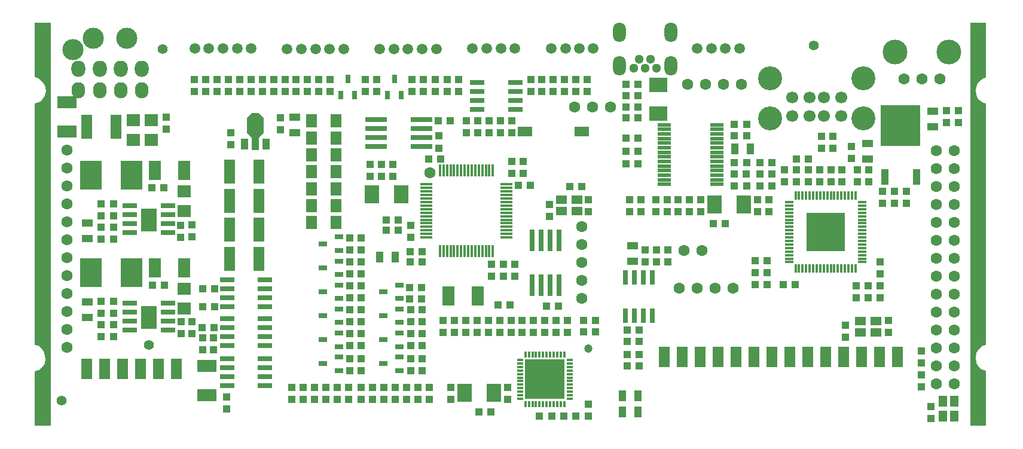
<source format=gbr>
G04 DipTrace 4.1.2.0*
G04 1_Layer_Top_Mask.gbr*
%MOIN*%
G04 #@! TF.FileFunction,Soldermask,Top*
G04 #@! TF.Part,Single*
%AMOUTLINE1*
4,1,4,
0.041339,0.01378,
0.041339,-0.01378,
-0.041339,-0.01378,
-0.041339,0.01378,
0.041339,0.01378,
0*%
%AMOUTLINE4*
4,1,4,
-0.033466,-0.007874,
-0.033466,0.007874,
0.033466,0.007874,
0.033466,-0.007874,
-0.033466,-0.007874,
0*%
%AMOUTLINE7*
4,1,4,
-0.007874,0.033466,
0.007874,0.033466,
0.007874,-0.033466,
-0.007874,-0.033466,
-0.007874,0.033466,
0*%
%AMOUTLINE10*
4,1,4,
-0.00689,0.023622,
0.00689,0.023622,
0.00689,-0.023622,
-0.00689,-0.023622,
-0.00689,0.023622,
0*%
%AMOUTLINE13*
4,1,4,
-0.023622,-0.00689,
-0.023622,0.00689,
0.023622,0.00689,
0.023622,-0.00689,
-0.023622,-0.00689,
0*%
%AMOUTLINE16*
4,1,4,
-0.106299,-0.106299,
-0.106299,0.106299,
0.106299,0.106299,
0.106299,-0.106299,
-0.106299,-0.106299,
0*%
%AMOUTLINE19*
4,1,4,
0.01378,-0.041339,
-0.01378,-0.041339,
-0.01378,0.041339,
0.01378,0.041339,
0.01378,-0.041339,
0*%
%AMOUTLINE22*
4,1,10,
0.021654,-0.102362,
0.021654,-0.03428,
0.045276,-0.010658,
0.045276,0.077587,
0.0205,0.102362,
-0.0205,0.102362,
-0.045276,0.077587,
-0.045276,-0.010658,
-0.021654,-0.03428,
-0.021654,-0.102362,
0.021654,-0.102362,
0*%
%AMOUTLINE25*
4,1,4,
0.03937,-0.049213,
-0.03937,-0.049213,
-0.03937,0.049213,
0.03937,0.049213,
0.03937,-0.049213,
0*%
%ADD29C,0.047244*%
%ADD38C,0.11811*%
%ADD46C,0.059055*%
%ADD51C,0.062992*%
%ADD54C,0.051181*%
%ADD66C,0.055118*%
%ADD83C,0.11811*%
%ADD84C,0.137795*%
%ADD89R,0.049213X0.059055*%
%ADD91R,0.059055X0.049213*%
%ADD93R,0.07874X0.098425*%
%ADD95R,0.098425X0.07874*%
%ADD97O,0.074803X0.090551*%
%ADD99O,0.07874X0.090551*%
%ADD101R,0.086614X0.129921*%
%ADD105R,0.224409X0.224409*%
%ADD107O,0.015748X0.037402*%
%ADD109O,0.037402X0.015748*%
%ADD111R,0.027559X0.122047*%
%ADD113R,0.074803X0.018898*%
%ADD115R,0.122047X0.027559*%
%ADD117O,0.070866X0.110236*%
%ADD120R,0.082677X0.055118*%
%ADD122R,0.082677X0.027559*%
%ADD124R,0.045276X0.029528*%
%ADD126R,0.222441X0.226378*%
%ADD128R,0.043307X0.086614*%
%ADD130R,0.029528X0.045276*%
%ADD132R,0.062992X0.11811*%
%ADD136C,0.062992*%
%ADD137R,0.122047X0.161417*%
%ADD139C,0.133858*%
%ADD141C,0.066929*%
%ADD142R,0.059055X0.137795*%
%ADD144R,0.066929X0.110236*%
%ADD146R,0.059055X0.074803*%
%ADD148R,0.110236X0.066929*%
%ADD150R,0.043307X0.062992*%
%ADD152R,0.074803X0.066929*%
%ADD154R,0.062992X0.043307*%
%ADD156R,0.038937X0.043937*%
%ADD158R,0.043937X0.038937*%
%ADD167OUTLINE1*%
%ADD170OUTLINE4*%
%ADD173OUTLINE7*%
%ADD176OUTLINE10*%
%ADD179OUTLINE13*%
%ADD182OUTLINE16*%
%ADD185OUTLINE19*%
%ADD188OUTLINE22*%
%ADD191OUTLINE25*%
%FSLAX26Y26*%
G04*
G70*
G90*
G75*
G01*
G04 TopMask*
%LPD*%
D158*
X905512Y1879921D3*
Y1946850D3*
X968504Y1879921D3*
Y1946850D3*
X1031496Y1879921D3*
Y1946850D3*
X1220472Y1879921D3*
Y1946850D3*
X1283465Y1879921D3*
Y1946850D3*
X1346457Y1879921D3*
Y1946850D3*
X1409449Y1879921D3*
Y1946850D3*
X1598425Y1879921D3*
Y1946850D3*
X2181102Y1879921D3*
Y1946850D3*
X2314961Y1879921D3*
Y1946850D3*
D156*
X3309370Y1921260D3*
X3376299D3*
X3309370Y1858268D3*
X3376299D3*
X3309370Y1795276D3*
X3376299D3*
D154*
X5019685Y1685039D3*
Y1771654D3*
D158*
X748031Y1671575D3*
Y1738504D3*
D154*
X1464567Y1649606D3*
Y1736220D3*
D152*
X562992Y1610236D3*
Y1720472D3*
X665354Y1610236D3*
Y1720472D3*
D158*
X1385827Y1734252D3*
Y1667323D3*
D156*
X3309370Y1732283D3*
X3376299D3*
D158*
X2547244Y1651890D3*
Y1718819D3*
X2610236Y1651890D3*
Y1718819D3*
D156*
X2332362Y1716535D3*
X2265433D3*
X3915669Y1696850D3*
X3982598D3*
D158*
X1106299Y1584646D3*
Y1651575D3*
D156*
X3915669Y1633858D3*
X3982598D3*
D158*
X2267717Y1565276D3*
Y1632205D3*
X4401575Y1631890D3*
Y1564961D3*
X4464567D3*
Y1631890D3*
D154*
X4657480Y1503937D3*
Y1590551D3*
D150*
X3917323Y1559055D3*
X4003937D3*
D156*
X4328740Y1503937D3*
X4261811D3*
X2210945D3*
X2277874D3*
D158*
X2673228Y1423543D3*
Y1490472D3*
X2736220Y1423543D3*
Y1490472D3*
D156*
X4124016Y1484252D3*
X4057087D3*
X3309370Y1476378D3*
X3376299D3*
D158*
X1885827Y1407795D3*
Y1474724D3*
X1948819Y1407795D3*
Y1474724D3*
X4192913Y1375984D3*
Y1442913D3*
X4326772Y1375984D3*
Y1442913D3*
X4389764Y1375984D3*
Y1442913D3*
X4452756Y1375984D3*
Y1442913D3*
X4515748D3*
Y1375984D3*
X4602362D3*
Y1442913D3*
D156*
X4124016Y1421260D3*
X4057087D3*
X2710945Y1358268D3*
X2777874D3*
X4124016Y1354331D3*
X4057087D3*
X3915669D3*
X3982598D3*
X3064646Y1350394D3*
X2997717D3*
X667638Y1342520D3*
X734567D3*
D152*
X846457Y1322835D3*
Y1212598D3*
D158*
X4740157Y1257874D3*
Y1324803D3*
X4807087Y1257874D3*
Y1324803D3*
X4874016Y1257874D3*
Y1324803D3*
X3102362Y1210945D3*
Y1277874D3*
X3393701Y1210945D3*
Y1277874D3*
X3476378Y1210945D3*
Y1277874D3*
X3539370Y1210945D3*
Y1277874D3*
X3728346Y1210945D3*
Y1277874D3*
X4043307Y1277244D3*
Y1210315D3*
D154*
X307087Y1059055D3*
Y1145669D3*
D158*
X889764Y1069213D3*
Y1136142D3*
X2112205Y1133858D3*
Y1066929D3*
X452756Y1057402D3*
Y1124331D3*
D154*
X3346457Y933071D3*
Y1019685D3*
D158*
X3417323Y931417D3*
Y998346D3*
X3543307Y931417D3*
Y998346D3*
D156*
X2175197Y988189D3*
X2108268D3*
X4029528Y937008D3*
X4096457D3*
D158*
X4728346Y931102D3*
Y864173D3*
D156*
X2173228Y929134D3*
X2106299D3*
D158*
X2561024Y850394D3*
Y917323D3*
X2625984Y850394D3*
Y917323D3*
X2690945Y850394D3*
Y917323D3*
D156*
X4029528Y870079D3*
X4096457D3*
X4029528Y803150D3*
X4096457D3*
X4187008D3*
X4253937D3*
X671575Y799213D3*
X738504D3*
D158*
X4594488Y730315D3*
Y797244D3*
X4661417Y730315D3*
Y797244D3*
X4728346Y730315D3*
Y797244D3*
D152*
X846457Y779528D3*
Y669291D3*
D154*
X307087Y622047D3*
Y708661D3*
D156*
X2868425Y685039D3*
X2935354D3*
D158*
X4533465Y578740D3*
Y511811D3*
X2606299Y537717D3*
Y604646D3*
X2669291Y604016D3*
Y537087D3*
X2732283Y604016D3*
Y537087D3*
X2858268Y604016D3*
Y537087D3*
X2984252Y537717D3*
Y604646D3*
X889764Y529843D3*
Y596772D3*
X452756Y514094D3*
Y581024D3*
D156*
X3383543Y551181D3*
X3316614D3*
X3317244Y488189D3*
X3384173D3*
D158*
X2334646Y230000D3*
Y163071D3*
X2649606Y163701D3*
Y230630D3*
D150*
X3377953Y185039D3*
X3291339D3*
D158*
X3102362Y69213D3*
Y136142D3*
D150*
X3377953Y94488D3*
X3291339D3*
D156*
X2490472D3*
X2557402D3*
D158*
X5011811Y124016D3*
Y57087D3*
D156*
X2829055Y70866D3*
X2895984D3*
X2962913D3*
X3029843D3*
D158*
X4956693Y366142D3*
Y433071D3*
D150*
X1937008Y956693D3*
X2023622D3*
D51*
X192913Y453937D3*
Y553937D3*
Y653937D3*
Y753937D3*
Y853937D3*
Y953937D3*
Y1053937D3*
Y1153937D3*
Y1253937D3*
Y1353937D3*
Y1453937D3*
Y1553937D3*
X5140551Y450000D3*
X5040551D3*
X5140551Y550000D3*
X5040551D3*
X5140551Y650000D3*
X5040551D3*
X5140551Y750000D3*
X5040551D3*
X5140551Y850000D3*
X5040551D3*
X5140551Y950000D3*
X5040551D3*
X5140551Y1050000D3*
X5040551D3*
X5140551Y1150000D3*
X5040551D3*
X5140551Y1250000D3*
X5040551D3*
X5140551Y1350000D3*
X5040551D3*
X5140551Y1450000D3*
X5040551D3*
X5140551Y1550000D3*
X5040551D3*
D148*
X192913Y1657480D3*
Y1820866D3*
D146*
X1692913Y1716585D3*
X1559055D3*
Y1621997D3*
X1692913D3*
X1559055Y1527509D3*
X1692913D3*
D144*
X685039Y1440945D3*
X848425D3*
D146*
X1559055Y1433021D3*
X1692913D3*
X1559055Y1338533D3*
X1692913D3*
X1559055Y1244045D3*
X1692913D3*
X1559055Y1149556D3*
X1692913D3*
D144*
X685039Y897638D3*
X848425D3*
X2484252Y740157D3*
X2320866D3*
D148*
X974409Y350394D3*
Y187008D3*
D51*
X3606299Y783465D3*
X3706299D3*
X3806299D3*
X3906299D3*
D142*
X305118Y1685039D3*
X466535D3*
X1262795Y1433071D3*
X1101378D3*
X1262795Y1271654D3*
X1101378D3*
X1262795Y1110236D3*
X1101378D3*
X1262795Y948819D3*
X1101378D3*
D141*
X4511811Y1846457D3*
X4413386D3*
X4334646D3*
X4236220D3*
Y1743307D3*
X4334646D3*
X4413386D3*
X4511811D3*
D139*
X4632677Y1953150D3*
X4115354D3*
X4632677Y1729528D3*
X4115354D3*
D51*
X3653150Y1921260D3*
X3753150D3*
X3853150D3*
X3953150D3*
X3062992Y726378D3*
Y826378D3*
Y926378D3*
Y1026378D3*
Y1126378D3*
X3633858Y994094D3*
X3733858D3*
X5040551Y250000D3*
Y350000D3*
X5140551Y250000D3*
Y350000D3*
D137*
X326772Y1413386D3*
X555118D3*
X326772Y870079D3*
X555118D3*
D156*
X3982283Y1421260D3*
X3915354D3*
D158*
X2354331Y537402D3*
Y604331D3*
D66*
X4358268Y2137795D3*
X728346Y2118110D3*
X228346Y2114173D3*
D136*
X2218504Y1427165D3*
D66*
X649606Y468504D3*
D29*
X3100394Y448819D3*
D132*
X3524409Y401575D3*
X3624409D3*
X3724409D3*
X3824409D3*
X3924409D3*
X4024409D3*
X4124409D3*
X4224409D3*
X4324409D3*
X4424409D3*
X4524409D3*
X4624409D3*
X4724409D3*
X4823622D3*
X305512Y334646D3*
X405512D3*
X505512D3*
X605512D3*
X705512D3*
X805512D3*
D66*
X165354Y157480D3*
D130*
X1722441Y1860236D3*
X1797244D3*
X1759843Y1950787D3*
X1982283Y1860236D3*
X2057087D3*
X2019685Y1950787D3*
D128*
X4752756Y1405020D3*
X4932283D3*
D126*
X4842520Y1690453D3*
D124*
X1710630Y994094D3*
Y1068898D3*
X1620079Y1031496D3*
X1710630Y860236D3*
Y935039D3*
X1620079Y897638D3*
D122*
X1086614Y830906D3*
Y780906D3*
Y730906D3*
Y680906D3*
X1299213D3*
Y730906D3*
Y780906D3*
Y830906D3*
D124*
X1710630Y726378D3*
Y801181D3*
X1620079Y763780D3*
X2049213Y726378D3*
Y801181D3*
X1958661Y763780D3*
X1710630Y592520D3*
Y667323D3*
X1620079Y629921D3*
X2049213Y592520D3*
Y667323D3*
X1958661Y629921D3*
D122*
X1086614Y614370D3*
Y564370D3*
Y514370D3*
Y464370D3*
X1299213D3*
Y514370D3*
Y564370D3*
Y614370D3*
D124*
X1710630Y458661D3*
Y533465D3*
X1620079Y496063D3*
X2049213Y458661D3*
Y533465D3*
X1958661Y496063D3*
X1710630Y324803D3*
Y399606D3*
X1620079Y362205D3*
X2049213Y324803D3*
Y399606D3*
X1958661Y362205D3*
D122*
X1086614Y389961D3*
Y339961D3*
Y289961D3*
Y239961D3*
X1299213D3*
Y289961D3*
Y339961D3*
Y389961D3*
D158*
X1094488Y1946535D3*
Y1879606D3*
X1157480Y1946535D3*
Y1879606D3*
X1472441Y1946535D3*
Y1879606D3*
X1535433Y1946535D3*
Y1879606D3*
X1661417Y1946535D3*
Y1879606D3*
X1858268Y1946535D3*
Y1879606D3*
X1921260Y1946535D3*
Y1879606D3*
X2118110Y1946535D3*
Y1879606D3*
X2248031Y1946535D3*
Y1879606D3*
X2377953Y1946535D3*
Y1879606D3*
X2779528Y1880236D3*
Y1947165D3*
X2842520Y1880236D3*
Y1947165D3*
X2905512Y1880236D3*
Y1947165D3*
X2968504Y1880236D3*
Y1947165D3*
X3031496Y1880236D3*
Y1947165D3*
X3094488Y1880236D3*
Y1947165D3*
X5098425Y1706693D3*
Y1773622D3*
X5165354Y1706693D3*
Y1773622D3*
X2421260Y1718189D3*
Y1651260D3*
X2484252Y1718189D3*
Y1651260D3*
X2673228Y1718189D3*
Y1651260D3*
D156*
X3309370Y1620079D3*
X3376299D3*
D158*
X4566929Y1572835D3*
Y1505906D3*
D156*
X3309370Y1547244D3*
X3376299D3*
X3915669Y1484252D3*
X3982598D3*
D158*
X2011811Y1407795D3*
Y1474724D3*
X4259843Y1442913D3*
Y1375984D3*
X4665354Y1442913D3*
Y1375984D3*
X3330709Y1210945D3*
Y1277874D3*
X3602362Y1277244D3*
Y1210315D3*
X3665354Y1210945D3*
Y1277874D3*
X4106299Y1277244D3*
Y1210315D3*
X385827Y1187323D3*
Y1254252D3*
X452756Y1187323D3*
Y1254252D3*
X2885827Y1183386D3*
Y1250315D3*
D156*
X2041024Y1165354D3*
X1974094D3*
X3864173Y1143701D3*
X3797244D3*
D158*
X826772Y1135512D3*
Y1068583D3*
X385827Y1057402D3*
Y1124331D3*
D156*
X1974724Y1106299D3*
X2041654D3*
D158*
X1771654Y1064646D3*
Y997717D3*
X1834646Y1064646D3*
Y997717D3*
X3480315Y931417D3*
Y998346D3*
X1771654Y930787D3*
Y863858D3*
X1834646Y930787D3*
Y863858D3*
X1771654Y796929D3*
Y730000D3*
X1834646Y796929D3*
Y730000D3*
D156*
X2104646Y787402D3*
X2171575D3*
X1017402Y779528D3*
X950472D3*
X2104646Y724409D3*
X2171575D3*
D158*
X385827Y644016D3*
Y710945D3*
X452756Y644016D3*
Y710945D3*
D156*
X2663071Y688976D3*
X2596142D3*
X1017402Y681102D3*
X950472D3*
D158*
X1771654Y663071D3*
Y596142D3*
X1834646Y663071D3*
Y596142D3*
X2110236Y663071D3*
Y596142D3*
X2173228Y663071D3*
Y596142D3*
X2291339Y604016D3*
Y537087D3*
X2417323Y537717D3*
Y604646D3*
X2480315Y537717D3*
Y604646D3*
X2543307Y537717D3*
Y604646D3*
X2795276Y537402D3*
Y604331D3*
X2921260Y537402D3*
Y604331D3*
D156*
X3139764Y602362D3*
X3072835D3*
D158*
X830709Y529843D3*
Y596772D3*
X385827Y514094D3*
Y581024D3*
D156*
X1015748Y564961D3*
X948819D3*
X3139764Y539370D3*
X3072835D3*
D158*
X1771654Y529213D3*
Y462283D3*
X1834646Y529213D3*
Y462283D3*
X2110236Y529213D3*
Y462283D3*
X2173228Y529213D3*
Y462283D3*
X1011575Y439803D3*
Y506732D3*
X950551Y439370D3*
Y506299D3*
D156*
X3317244Y413386D3*
X3384173D3*
D158*
X1771654Y391417D3*
Y324488D3*
X1834646Y391417D3*
Y324488D3*
X2110236Y391417D3*
Y324488D3*
X2173228Y391417D3*
Y324488D3*
X4956693Y234252D3*
Y301181D3*
D156*
X3317244Y350394D3*
X3384173D3*
D158*
X1448819Y230000D3*
Y163071D3*
X1511811Y230000D3*
Y163071D3*
X1574803Y230000D3*
Y163071D3*
X1637795Y230000D3*
Y163071D3*
X1700787Y230000D3*
Y163071D3*
X1763780Y230000D3*
Y163071D3*
X1834646Y230000D3*
Y163071D3*
X1897638Y230000D3*
Y163071D3*
X1960630Y230000D3*
Y163071D3*
X2023622Y230000D3*
Y163071D3*
X2086614Y230000D3*
Y163071D3*
X2149606Y230000D3*
Y163071D3*
X2212598Y230000D3*
Y163071D3*
X1082677Y177165D3*
Y110236D3*
X4773622Y604331D3*
Y537402D3*
D120*
X2748031Y1657480D3*
X3062992D3*
D51*
X3023622Y1795276D3*
X3123622D3*
X3223622D3*
D54*
X3480315Y2011811D3*
X3448819Y2059055D3*
X3417323Y2011811D3*
X3385827Y2059055D3*
X3354331Y2011811D3*
D117*
X3561024Y2210630D3*
X3273622D3*
Y2023622D3*
X3561024D3*
D46*
X3943795Y2121063D3*
X3865055D3*
X3707575D3*
X3787529D3*
X1221354Y2120093D3*
X1142614D3*
X1063874D3*
X985134D3*
X906394D3*
X2691827Y2120079D3*
X2613087D3*
X2455606D3*
X2535560D3*
X3128835D3*
X3050094D3*
X2892614D3*
X2972568D3*
X2252850Y2118110D3*
X2174110D3*
X2095370D3*
X2016630D3*
X1937890D3*
X1737102Y2117810D3*
X1658362D3*
X1579622D3*
X1500882D3*
X1422142D3*
D167*
X2480315Y1929331D3*
Y1879331D3*
Y1829331D3*
Y1779331D3*
X2692913D3*
Y1829331D3*
Y1879331D3*
Y1929331D3*
D115*
X1917323Y1724409D3*
Y1674409D3*
Y1624409D3*
Y1574409D3*
X2169291D3*
Y1624409D3*
Y1674409D3*
Y1724409D3*
D113*
X3523622Y1694882D3*
Y1669291D3*
Y1643701D3*
Y1618110D3*
Y1592520D3*
Y1566929D3*
Y1541339D3*
Y1515748D3*
Y1490157D3*
Y1464567D3*
Y1438976D3*
Y1413386D3*
Y1387795D3*
Y1362205D3*
X3818898D3*
Y1387795D3*
Y1413386D3*
Y1438976D3*
Y1464567D3*
Y1490157D3*
Y1515748D3*
Y1541339D3*
Y1566929D3*
Y1592520D3*
Y1618110D3*
Y1643701D3*
Y1669291D3*
Y1694882D3*
D170*
X2196850Y1362205D3*
Y1342520D3*
Y1322835D3*
Y1303150D3*
Y1283466D3*
Y1263780D3*
Y1244094D3*
Y1224409D3*
Y1204724D3*
Y1185041D3*
Y1165354D3*
Y1145669D3*
Y1125984D3*
Y1106299D3*
Y1086615D3*
Y1066929D3*
D173*
X2273622Y990157D3*
X2293307D3*
X2312992D3*
X2332677D3*
X2352362D3*
X2372047D3*
X2391732D3*
X2411417D3*
X2431102D3*
X2450787D3*
X2470472D3*
X2490157D3*
X2509843D3*
X2529528D3*
X2549213D3*
X2568898D3*
D170*
X2645669Y1066929D3*
Y1086614D3*
Y1106299D3*
Y1125984D3*
Y1145669D3*
Y1165354D3*
Y1185039D3*
Y1204724D3*
Y1224409D3*
Y1244094D3*
Y1263780D3*
Y1283465D3*
Y1303150D3*
Y1322835D3*
Y1342520D3*
Y1362205D3*
D173*
X2568898Y1438976D3*
X2549211D3*
X2529528D3*
X2509843D3*
X2490157D3*
X2470472D3*
X2450786D3*
X2431102D3*
X2411417D3*
X2391732D3*
X2372047D3*
X2352361D3*
X2332677D3*
X2312992D3*
X2293307D3*
X2273622D3*
D176*
X4590551Y1299213D3*
X4570866D3*
X4551181D3*
X4531496D3*
X4511811D3*
X4492126D3*
X4472441D3*
X4452756D3*
X4433071D3*
X4413386D3*
X4393701D3*
X4374016D3*
X4354331D3*
X4334646D3*
X4314961D3*
X4295276D3*
X4275591D3*
X4255906D3*
D179*
X4220472Y1263780D3*
Y1244094D3*
Y1224409D3*
Y1204724D3*
Y1185039D3*
Y1165354D3*
Y1145669D3*
Y1125984D3*
Y1106299D3*
Y1086614D3*
Y1066929D3*
Y1047244D3*
Y1027559D3*
Y1007874D3*
Y988189D3*
Y968504D3*
Y948819D3*
Y929134D3*
D176*
X4255906Y893701D3*
X4275591D3*
X4295276D3*
X4314961D3*
X4334646D3*
X4354331D3*
X4374016D3*
X4393701D3*
X4413386D3*
X4433071D3*
X4452756D3*
X4472441D3*
X4492126D3*
X4511811D3*
X4531496D3*
X4551181D3*
X4570866D3*
X4590551D3*
D179*
X4625984Y929134D3*
Y948819D3*
Y968504D3*
Y988189D3*
Y1007874D3*
Y1027559D3*
Y1047244D3*
Y1066929D3*
Y1086614D3*
Y1106299D3*
Y1125984D3*
Y1145669D3*
Y1165354D3*
Y1185039D3*
Y1204724D3*
Y1224409D3*
Y1244094D3*
Y1263780D3*
D182*
X4423228Y1096457D3*
D111*
X2937008Y1051181D3*
X2887008D3*
X2837008D3*
X2787008D3*
Y799213D3*
X2837008D3*
X2887008D3*
X2937008D3*
D185*
X3456890Y842520D3*
X3406890D3*
X3356890D3*
X3306890D3*
Y629921D3*
X3356890D3*
X3406890D3*
X3456890D3*
D109*
X2719685Y383858D3*
Y364173D3*
Y344488D3*
Y324803D3*
Y305118D3*
Y285433D3*
Y265748D3*
Y246063D3*
Y226378D3*
Y206693D3*
Y187008D3*
Y167323D3*
D107*
X2749997Y137008D3*
X2769682D3*
X2789367D3*
X2809052D3*
X2828738D3*
X2848423D3*
X2868108D3*
X2887793D3*
X2907478D3*
X2927163D3*
X2946848D3*
X2966533D3*
D109*
X2996850Y167323D3*
Y187008D3*
Y206693D3*
Y226378D3*
Y246063D3*
Y265748D3*
Y285433D3*
Y305118D3*
Y324803D3*
Y344488D3*
Y364173D3*
Y383858D3*
D107*
X2966533Y414173D3*
X2946848D3*
X2927163D3*
X2907478D3*
X2887793D3*
X2868108D3*
X2848423D3*
X2828738D3*
X2809052D3*
X2789367D3*
X2769682D3*
X2749997D3*
D105*
X2858268Y275591D3*
D150*
X1185039Y1586614D3*
D188*
X1244094Y1657480D3*
D150*
X1303150Y1586614D3*
D122*
X543307Y1244291D3*
Y1194291D3*
Y1144291D3*
Y1094291D3*
X755906D3*
Y1144291D3*
Y1194291D3*
Y1244291D3*
D101*
X649606Y1165354D3*
D122*
X543307Y700984D3*
Y650984D3*
Y600984D3*
Y550984D3*
X755906D3*
Y600984D3*
Y650984D3*
Y700984D3*
D101*
X649606Y622047D3*
D99*
X257874Y2005906D3*
X375984D3*
X494094D3*
X612205D3*
D97*
Y1887795D3*
X494094D3*
X375984D3*
X257874D3*
D83*
X527559Y2175984D3*
X342520Y2177165D3*
D95*
X3489948Y1755906D3*
Y1917323D3*
D191*
X1895682Y1307109D3*
X2057100D3*
D93*
X3805761Y1250210D3*
X3967178D3*
D91*
X2950787Y1212598D3*
X3037402D3*
Y1275589D3*
X2950787D3*
D93*
X2412060Y199029D3*
X2573478D3*
D89*
X5141732Y68898D3*
Y155512D3*
X5078741D3*
Y68898D3*
D91*
X4618110Y537402D3*
X4704724D3*
Y600392D3*
X4618110D3*
D51*
X4860236Y1950787D3*
X4960236D3*
X5060236D3*
D84*
X4810236Y2100787D3*
X5110236D3*
G36*
X5230315Y15748D2*
X5318898D1*
Y322835D1*
X5295276Y330709D1*
X5277559Y344488D1*
X5263780Y366142D1*
X5259843Y395669D1*
X5263780Y425197D1*
X5279528Y446850D1*
X5301181Y462598D1*
X5318898Y466535D1*
Y1814961D1*
X5299213Y1818898D1*
X5283465Y1830709D1*
X5271654Y1844488D1*
X5263780Y1864173D1*
X5259843Y1885827D1*
X5263780Y1907480D1*
X5273622Y1929134D1*
X5287402Y1942913D1*
X5303150Y1952756D1*
X5318898Y1958661D1*
Y2263780D1*
X5230315D1*
Y15748D1*
G37*
D38*
X228346Y2114173D3*
G36*
X104331Y15748D2*
X15748D1*
Y320866D1*
X37402Y328740D1*
X57087Y344488D1*
X70866Y364173D1*
X74803Y391732D1*
X68898Y423228D1*
X53150Y446850D1*
X37402Y462598D1*
X15748Y468504D1*
Y1812992D1*
X43307Y1822835D1*
X59055Y1838583D1*
X70866Y1858268D1*
X76772Y1883858D1*
X70866Y1913386D1*
X59055Y1935039D1*
X37402Y1952756D1*
X15748Y1960630D1*
Y2263780D1*
X104331D1*
Y15748D1*
G37*
M02*

</source>
